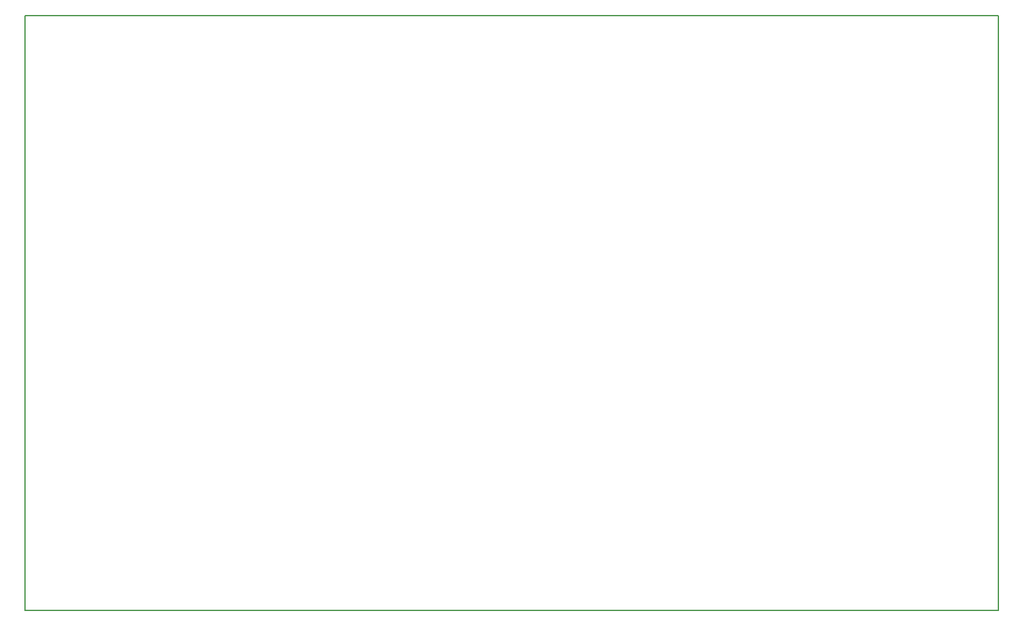
<source format=gm1>
G04 MADE WITH FRITZING*
G04 WWW.FRITZING.ORG*
G04 DOUBLE SIDED*
G04 HOLES PLATED*
G04 CONTOUR ON CENTER OF CONTOUR VECTOR*
%ASAXBY*%
%FSLAX23Y23*%
%MOIN*%
%OFA0B0*%
%SFA1.0B1.0*%
%ADD10R,5.199460X3.182310*%
%ADD11C,0.008000*%
%ADD10C,0.008*%
%LNCONTOUR*%
G90*
G70*
G54D10*
G54D11*
X4Y3178D02*
X5195Y3178D01*
X5195Y4D01*
X4Y4D01*
X4Y3178D01*
D02*
G04 End of contour*
M02*
</source>
